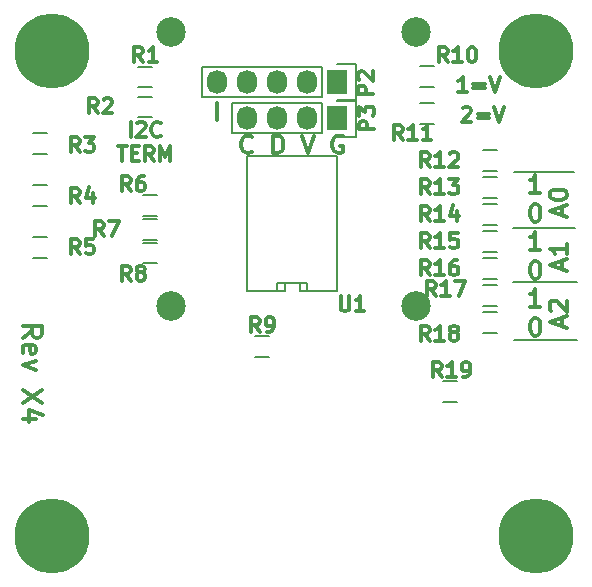
<source format=gto>
%TF.GenerationSoftware,KiCad,Pcbnew,(6.0.1)*%
%TF.CreationDate,2022-06-06T15:05:32-04:00*%
%TF.ProjectId,MyMenu,4d794d65-6e75-42e6-9b69-6361645f7063,rev?*%
%TF.SameCoordinates,Original*%
%TF.FileFunction,Legend,Top*%
%TF.FilePolarity,Positive*%
%FSLAX46Y46*%
G04 Gerber Fmt 4.6, Leading zero omitted, Abs format (unit mm)*
G04 Created by KiCad (PCBNEW (6.0.1)) date 2022-06-06 15:05:32*
%MOMM*%
%LPD*%
G01*
G04 APERTURE LIST*
%ADD10C,0.200000*%
%ADD11C,0.300000*%
%ADD12C,0.317500*%
%ADD13C,0.150000*%
%ADD14C,6.350000*%
%ADD15C,2.500000*%
%ADD16R,1.727200X2.032000*%
%ADD17O,1.727200X2.032000*%
G04 APERTURE END LIST*
D10*
X43054000Y-23570000D02*
X48454000Y-23570000D01*
X43176000Y-28472000D02*
X48510000Y-28472000D01*
X43054000Y-18970000D02*
X48354000Y-18970000D01*
X43176000Y-14248000D02*
X48256000Y-14248000D01*
D11*
X10694238Y-11260173D02*
X10694238Y-9990173D01*
X11238523Y-10111126D02*
X11299000Y-10050650D01*
X11419952Y-9990173D01*
X11722333Y-9990173D01*
X11843285Y-10050650D01*
X11903761Y-10111126D01*
X11964238Y-10232078D01*
X11964238Y-10353030D01*
X11903761Y-10534459D01*
X11178047Y-11260173D01*
X11964238Y-11260173D01*
X13234238Y-11139221D02*
X13173761Y-11199697D01*
X12992333Y-11260173D01*
X12871380Y-11260173D01*
X12689952Y-11199697D01*
X12569000Y-11078745D01*
X12508523Y-10957792D01*
X12448047Y-10715888D01*
X12448047Y-10534459D01*
X12508523Y-10292554D01*
X12569000Y-10171602D01*
X12689952Y-10050650D01*
X12871380Y-9990173D01*
X12992333Y-9990173D01*
X13173761Y-10050650D01*
X13234238Y-10111126D01*
X9635904Y-12034873D02*
X10361619Y-12034873D01*
X9998761Y-13304873D02*
X9998761Y-12034873D01*
X10784952Y-12639635D02*
X11208285Y-12639635D01*
X11389714Y-13304873D02*
X10784952Y-13304873D01*
X10784952Y-12034873D01*
X11389714Y-12034873D01*
X12659714Y-13304873D02*
X12236380Y-12700111D01*
X11934000Y-13304873D02*
X11934000Y-12034873D01*
X12417809Y-12034873D01*
X12538761Y-12095350D01*
X12599238Y-12155826D01*
X12659714Y-12276778D01*
X12659714Y-12458207D01*
X12599238Y-12579159D01*
X12538761Y-12639635D01*
X12417809Y-12700111D01*
X11934000Y-12700111D01*
X13204000Y-13304873D02*
X13204000Y-12034873D01*
X13627333Y-12942016D01*
X14050666Y-12034873D01*
X14050666Y-13304873D01*
X45382571Y-25657071D02*
X44525428Y-25657071D01*
X44954000Y-25657071D02*
X44954000Y-24157071D01*
X44811142Y-24371357D01*
X44668285Y-24514214D01*
X44525428Y-24585642D01*
X44882571Y-26572071D02*
X45025428Y-26572071D01*
X45168285Y-26643500D01*
X45239714Y-26714928D01*
X45311142Y-26857785D01*
X45382571Y-27143500D01*
X45382571Y-27500642D01*
X45311142Y-27786357D01*
X45239714Y-27929214D01*
X45168285Y-28000642D01*
X45025428Y-28072071D01*
X44882571Y-28072071D01*
X44739714Y-28000642D01*
X44668285Y-27929214D01*
X44596857Y-27786357D01*
X44525428Y-27500642D01*
X44525428Y-27143500D01*
X44596857Y-26857785D01*
X44668285Y-26714928D01*
X44739714Y-26643500D01*
X44882571Y-26572071D01*
X39164380Y-7432523D02*
X38438666Y-7432523D01*
X38801523Y-7432523D02*
X38801523Y-6162523D01*
X38680571Y-6343952D01*
X38559619Y-6464904D01*
X38438666Y-6525380D01*
X39708666Y-6767285D02*
X40676285Y-6767285D01*
X40676285Y-7130142D02*
X39708666Y-7130142D01*
X41099619Y-6162523D02*
X41522952Y-7432523D01*
X41946285Y-6162523D01*
D12*
X1535119Y-28239166D02*
X2321309Y-27688833D01*
X1535119Y-27295738D02*
X3186119Y-27295738D01*
X3186119Y-27924690D01*
X3107500Y-28081928D01*
X3028880Y-28160547D01*
X2871642Y-28239166D01*
X2635785Y-28239166D01*
X2478547Y-28160547D01*
X2399928Y-28081928D01*
X2321309Y-27924690D01*
X2321309Y-27295738D01*
X1613738Y-29575690D02*
X1535119Y-29418452D01*
X1535119Y-29103976D01*
X1613738Y-28946738D01*
X1770976Y-28868119D01*
X2399928Y-28868119D01*
X2557166Y-28946738D01*
X2635785Y-29103976D01*
X2635785Y-29418452D01*
X2557166Y-29575690D01*
X2399928Y-29654309D01*
X2242690Y-29654309D01*
X2085452Y-28868119D01*
X2635785Y-30204642D02*
X1535119Y-30597738D01*
X2635785Y-30990833D01*
X3186119Y-32720452D02*
X1535119Y-33821119D01*
X3186119Y-33821119D02*
X1535119Y-32720452D01*
X2635785Y-35157642D02*
X1535119Y-35157642D01*
X3264738Y-34764547D02*
X2085452Y-34371452D01*
X2085452Y-35393500D01*
D11*
X47236000Y-22431428D02*
X47236000Y-21717142D01*
X47664571Y-22574285D02*
X46164571Y-22074285D01*
X47664571Y-21574285D01*
X47664571Y-20288571D02*
X47664571Y-21145714D01*
X47664571Y-20717142D02*
X46164571Y-20717142D01*
X46378857Y-20860000D01*
X46521714Y-21002857D01*
X46593142Y-21145714D01*
X20987142Y-12497714D02*
X20915714Y-12569142D01*
X20701428Y-12640571D01*
X20558571Y-12640571D01*
X20344285Y-12569142D01*
X20201428Y-12426285D01*
X20130000Y-12283428D01*
X20058571Y-11997714D01*
X20058571Y-11783428D01*
X20130000Y-11497714D01*
X20201428Y-11354857D01*
X20344285Y-11212000D01*
X20558571Y-11140571D01*
X20701428Y-11140571D01*
X20915714Y-11212000D01*
X20987142Y-11283428D01*
X22772857Y-12640571D02*
X22772857Y-11140571D01*
X23130000Y-11140571D01*
X23344285Y-11212000D01*
X23487142Y-11354857D01*
X23558571Y-11497714D01*
X23630000Y-11783428D01*
X23630000Y-11997714D01*
X23558571Y-12283428D01*
X23487142Y-12426285D01*
X23344285Y-12569142D01*
X23130000Y-12640571D01*
X22772857Y-12640571D01*
X25201428Y-11140571D02*
X25701428Y-12640571D01*
X26201428Y-11140571D01*
X28630000Y-11212000D02*
X28487142Y-11140571D01*
X28272857Y-11140571D01*
X28058571Y-11212000D01*
X27915714Y-11354857D01*
X27844285Y-11497714D01*
X27772857Y-11783428D01*
X27772857Y-11997714D01*
X27844285Y-12283428D01*
X27915714Y-12426285D01*
X28058571Y-12569142D01*
X28272857Y-12640571D01*
X28415714Y-12640571D01*
X28630000Y-12569142D01*
X28701428Y-12497714D01*
X28701428Y-11997714D01*
X28415714Y-11997714D01*
X45382571Y-20831071D02*
X44525428Y-20831071D01*
X44954000Y-20831071D02*
X44954000Y-19331071D01*
X44811142Y-19545357D01*
X44668285Y-19688214D01*
X44525428Y-19759642D01*
X44882571Y-21746071D02*
X45025428Y-21746071D01*
X45168285Y-21817500D01*
X45239714Y-21888928D01*
X45311142Y-22031785D01*
X45382571Y-22317500D01*
X45382571Y-22674642D01*
X45311142Y-22960357D01*
X45239714Y-23103214D01*
X45168285Y-23174642D01*
X45025428Y-23246071D01*
X44882571Y-23246071D01*
X44739714Y-23174642D01*
X44668285Y-23103214D01*
X44596857Y-22960357D01*
X44525428Y-22674642D01*
X44525428Y-22317500D01*
X44596857Y-22031785D01*
X44668285Y-21888928D01*
X44739714Y-21817500D01*
X44882571Y-21746071D01*
X18030000Y-9846571D02*
X18030000Y-8346571D01*
X47236000Y-17859428D02*
X47236000Y-17145142D01*
X47664571Y-18002285D02*
X46164571Y-17502285D01*
X47664571Y-17002285D01*
X46164571Y-16216571D02*
X46164571Y-16073714D01*
X46236000Y-15930857D01*
X46307428Y-15859428D01*
X46450285Y-15788000D01*
X46736000Y-15716571D01*
X47093142Y-15716571D01*
X47378857Y-15788000D01*
X47521714Y-15859428D01*
X47593142Y-15930857D01*
X47664571Y-16073714D01*
X47664571Y-16216571D01*
X47593142Y-16359428D01*
X47521714Y-16430857D01*
X47378857Y-16502285D01*
X47093142Y-16573714D01*
X46736000Y-16573714D01*
X46450285Y-16502285D01*
X46307428Y-16430857D01*
X46236000Y-16359428D01*
X46164571Y-16216571D01*
X45382571Y-16005071D02*
X44525428Y-16005071D01*
X44954000Y-16005071D02*
X44954000Y-14505071D01*
X44811142Y-14719357D01*
X44668285Y-14862214D01*
X44525428Y-14933642D01*
X44882571Y-16920071D02*
X45025428Y-16920071D01*
X45168285Y-16991500D01*
X45239714Y-17062928D01*
X45311142Y-17205785D01*
X45382571Y-17491500D01*
X45382571Y-17848642D01*
X45311142Y-18134357D01*
X45239714Y-18277214D01*
X45168285Y-18348642D01*
X45025428Y-18420071D01*
X44882571Y-18420071D01*
X44739714Y-18348642D01*
X44668285Y-18277214D01*
X44596857Y-18134357D01*
X44525428Y-17848642D01*
X44525428Y-17491500D01*
X44596857Y-17205785D01*
X44668285Y-17062928D01*
X44739714Y-16991500D01*
X44882571Y-16920071D01*
X47236000Y-27257428D02*
X47236000Y-26543142D01*
X47664571Y-27400285D02*
X46164571Y-26900285D01*
X47664571Y-26400285D01*
X46307428Y-25971714D02*
X46236000Y-25900285D01*
X46164571Y-25757428D01*
X46164571Y-25400285D01*
X46236000Y-25257428D01*
X46307428Y-25186000D01*
X46450285Y-25114571D01*
X46593142Y-25114571D01*
X46807428Y-25186000D01*
X47664571Y-26043142D01*
X47664571Y-25114571D01*
X38790904Y-8823476D02*
X38851380Y-8763000D01*
X38972333Y-8702523D01*
X39274714Y-8702523D01*
X39395666Y-8763000D01*
X39456142Y-8823476D01*
X39516619Y-8944428D01*
X39516619Y-9065380D01*
X39456142Y-9246809D01*
X38730428Y-9972523D01*
X39516619Y-9972523D01*
X40060904Y-9307285D02*
X41028523Y-9307285D01*
X41028523Y-9670142D02*
X40060904Y-9670142D01*
X41451857Y-8702523D02*
X41875190Y-9972523D01*
X42298523Y-8702523D01*
D12*
%TO.C,R10*%
X37533571Y-4916523D02*
X37110238Y-4311761D01*
X36807857Y-4916523D02*
X36807857Y-3646523D01*
X37291666Y-3646523D01*
X37412619Y-3707000D01*
X37473095Y-3767476D01*
X37533571Y-3888428D01*
X37533571Y-4069857D01*
X37473095Y-4190809D01*
X37412619Y-4251285D01*
X37291666Y-4311761D01*
X36807857Y-4311761D01*
X38743095Y-4916523D02*
X38017380Y-4916523D01*
X38380238Y-4916523D02*
X38380238Y-3646523D01*
X38259285Y-3827952D01*
X38138333Y-3948904D01*
X38017380Y-4009380D01*
X39529285Y-3646523D02*
X39650238Y-3646523D01*
X39771190Y-3707000D01*
X39831666Y-3767476D01*
X39892142Y-3888428D01*
X39952619Y-4130333D01*
X39952619Y-4432714D01*
X39892142Y-4674619D01*
X39831666Y-4795571D01*
X39771190Y-4856047D01*
X39650238Y-4916523D01*
X39529285Y-4916523D01*
X39408333Y-4856047D01*
X39347857Y-4795571D01*
X39287380Y-4674619D01*
X39226904Y-4432714D01*
X39226904Y-4130333D01*
X39287380Y-3888428D01*
X39347857Y-3767476D01*
X39408333Y-3707000D01*
X39529285Y-3646523D01*
%TO.C,R11*%
X33723571Y-11520523D02*
X33300238Y-10915761D01*
X32997857Y-11520523D02*
X32997857Y-10250523D01*
X33481666Y-10250523D01*
X33602619Y-10311000D01*
X33663095Y-10371476D01*
X33723571Y-10492428D01*
X33723571Y-10673857D01*
X33663095Y-10794809D01*
X33602619Y-10855285D01*
X33481666Y-10915761D01*
X32997857Y-10915761D01*
X34933095Y-11520523D02*
X34207380Y-11520523D01*
X34570238Y-11520523D02*
X34570238Y-10250523D01*
X34449285Y-10431952D01*
X34328333Y-10552904D01*
X34207380Y-10613380D01*
X36142619Y-11520523D02*
X35416904Y-11520523D01*
X35779761Y-11520523D02*
X35779761Y-10250523D01*
X35658809Y-10431952D01*
X35537857Y-10552904D01*
X35416904Y-10613380D01*
%TO.C,P2*%
X31214523Y-7647380D02*
X29944523Y-7647380D01*
X29944523Y-7163571D01*
X30005000Y-7042619D01*
X30065476Y-6982142D01*
X30186428Y-6921666D01*
X30367857Y-6921666D01*
X30488809Y-6982142D01*
X30549285Y-7042619D01*
X30609761Y-7163571D01*
X30609761Y-7647380D01*
X30065476Y-6437857D02*
X30005000Y-6377380D01*
X29944523Y-6256428D01*
X29944523Y-5954047D01*
X30005000Y-5833095D01*
X30065476Y-5772619D01*
X30186428Y-5712142D01*
X30307380Y-5712142D01*
X30488809Y-5772619D01*
X31214523Y-6498333D01*
X31214523Y-5712142D01*
%TO.C,R12*%
X36013571Y-13806523D02*
X35590238Y-13201761D01*
X35287857Y-13806523D02*
X35287857Y-12536523D01*
X35771666Y-12536523D01*
X35892619Y-12597000D01*
X35953095Y-12657476D01*
X36013571Y-12778428D01*
X36013571Y-12959857D01*
X35953095Y-13080809D01*
X35892619Y-13141285D01*
X35771666Y-13201761D01*
X35287857Y-13201761D01*
X37223095Y-13806523D02*
X36497380Y-13806523D01*
X36860238Y-13806523D02*
X36860238Y-12536523D01*
X36739285Y-12717952D01*
X36618333Y-12838904D01*
X36497380Y-12899380D01*
X37706904Y-12657476D02*
X37767380Y-12597000D01*
X37888333Y-12536523D01*
X38190714Y-12536523D01*
X38311666Y-12597000D01*
X38372142Y-12657476D01*
X38432619Y-12778428D01*
X38432619Y-12899380D01*
X38372142Y-13080809D01*
X37646428Y-13806523D01*
X38432619Y-13806523D01*
%TO.C,R13*%
X36013571Y-16092523D02*
X35590238Y-15487761D01*
X35287857Y-16092523D02*
X35287857Y-14822523D01*
X35771666Y-14822523D01*
X35892619Y-14883000D01*
X35953095Y-14943476D01*
X36013571Y-15064428D01*
X36013571Y-15245857D01*
X35953095Y-15366809D01*
X35892619Y-15427285D01*
X35771666Y-15487761D01*
X35287857Y-15487761D01*
X37223095Y-16092523D02*
X36497380Y-16092523D01*
X36860238Y-16092523D02*
X36860238Y-14822523D01*
X36739285Y-15003952D01*
X36618333Y-15124904D01*
X36497380Y-15185380D01*
X37646428Y-14822523D02*
X38432619Y-14822523D01*
X38009285Y-15306333D01*
X38190714Y-15306333D01*
X38311666Y-15366809D01*
X38372142Y-15427285D01*
X38432619Y-15548238D01*
X38432619Y-15850619D01*
X38372142Y-15971571D01*
X38311666Y-16032047D01*
X38190714Y-16092523D01*
X37827857Y-16092523D01*
X37706904Y-16032047D01*
X37646428Y-15971571D01*
%TO.C,R15*%
X36013571Y-20664523D02*
X35590238Y-20059761D01*
X35287857Y-20664523D02*
X35287857Y-19394523D01*
X35771666Y-19394523D01*
X35892619Y-19455000D01*
X35953095Y-19515476D01*
X36013571Y-19636428D01*
X36013571Y-19817857D01*
X35953095Y-19938809D01*
X35892619Y-19999285D01*
X35771666Y-20059761D01*
X35287857Y-20059761D01*
X37223095Y-20664523D02*
X36497380Y-20664523D01*
X36860238Y-20664523D02*
X36860238Y-19394523D01*
X36739285Y-19575952D01*
X36618333Y-19696904D01*
X36497380Y-19757380D01*
X38372142Y-19394523D02*
X37767380Y-19394523D01*
X37706904Y-19999285D01*
X37767380Y-19938809D01*
X37888333Y-19878333D01*
X38190714Y-19878333D01*
X38311666Y-19938809D01*
X38372142Y-19999285D01*
X38432619Y-20120238D01*
X38432619Y-20422619D01*
X38372142Y-20543571D01*
X38311666Y-20604047D01*
X38190714Y-20664523D01*
X37888333Y-20664523D01*
X37767380Y-20604047D01*
X37706904Y-20543571D01*
%TO.C,R17*%
X36517571Y-24728523D02*
X36094238Y-24123761D01*
X35791857Y-24728523D02*
X35791857Y-23458523D01*
X36275666Y-23458523D01*
X36396619Y-23519000D01*
X36457095Y-23579476D01*
X36517571Y-23700428D01*
X36517571Y-23881857D01*
X36457095Y-24002809D01*
X36396619Y-24063285D01*
X36275666Y-24123761D01*
X35791857Y-24123761D01*
X37727095Y-24728523D02*
X37001380Y-24728523D01*
X37364238Y-24728523D02*
X37364238Y-23458523D01*
X37243285Y-23639952D01*
X37122333Y-23760904D01*
X37001380Y-23821380D01*
X38150428Y-23458523D02*
X38997095Y-23458523D01*
X38452809Y-24728523D01*
%TO.C,R1*%
X11722333Y-4892523D02*
X11299000Y-4287761D01*
X10996619Y-4892523D02*
X10996619Y-3622523D01*
X11480428Y-3622523D01*
X11601380Y-3683000D01*
X11661857Y-3743476D01*
X11722333Y-3864428D01*
X11722333Y-4045857D01*
X11661857Y-4166809D01*
X11601380Y-4227285D01*
X11480428Y-4287761D01*
X10996619Y-4287761D01*
X12931857Y-4892523D02*
X12206142Y-4892523D01*
X12569000Y-4892523D02*
X12569000Y-3622523D01*
X12448047Y-3803952D01*
X12327095Y-3924904D01*
X12206142Y-3985380D01*
%TO.C,R2*%
X7916333Y-9234523D02*
X7493000Y-8629761D01*
X7190619Y-9234523D02*
X7190619Y-7964523D01*
X7674428Y-7964523D01*
X7795380Y-8025000D01*
X7855857Y-8085476D01*
X7916333Y-8206428D01*
X7916333Y-8387857D01*
X7855857Y-8508809D01*
X7795380Y-8569285D01*
X7674428Y-8629761D01*
X7190619Y-8629761D01*
X8400142Y-8085476D02*
X8460619Y-8025000D01*
X8581571Y-7964523D01*
X8883952Y-7964523D01*
X9004904Y-8025000D01*
X9065380Y-8085476D01*
X9125857Y-8206428D01*
X9125857Y-8327380D01*
X9065380Y-8508809D01*
X8339666Y-9234523D01*
X9125857Y-9234523D01*
%TO.C,R5*%
X6388333Y-21172523D02*
X5965000Y-20567761D01*
X5662619Y-21172523D02*
X5662619Y-19902523D01*
X6146428Y-19902523D01*
X6267380Y-19963000D01*
X6327857Y-20023476D01*
X6388333Y-20144428D01*
X6388333Y-20325857D01*
X6327857Y-20446809D01*
X6267380Y-20507285D01*
X6146428Y-20567761D01*
X5662619Y-20567761D01*
X7537380Y-19902523D02*
X6932619Y-19902523D01*
X6872142Y-20507285D01*
X6932619Y-20446809D01*
X7053571Y-20386333D01*
X7355952Y-20386333D01*
X7476904Y-20446809D01*
X7537380Y-20507285D01*
X7597857Y-20628238D01*
X7597857Y-20930619D01*
X7537380Y-21051571D01*
X7476904Y-21112047D01*
X7355952Y-21172523D01*
X7053571Y-21172523D01*
X6932619Y-21112047D01*
X6872142Y-21051571D01*
%TO.C,R4*%
X6388333Y-16854523D02*
X5965000Y-16249761D01*
X5662619Y-16854523D02*
X5662619Y-15584523D01*
X6146428Y-15584523D01*
X6267380Y-15645000D01*
X6327857Y-15705476D01*
X6388333Y-15826428D01*
X6388333Y-16007857D01*
X6327857Y-16128809D01*
X6267380Y-16189285D01*
X6146428Y-16249761D01*
X5662619Y-16249761D01*
X7476904Y-16007857D02*
X7476904Y-16854523D01*
X7174523Y-15524047D02*
X6872142Y-16431190D01*
X7658333Y-16431190D01*
%TO.C,R3*%
X6388333Y-12536523D02*
X5965000Y-11931761D01*
X5662619Y-12536523D02*
X5662619Y-11266523D01*
X6146428Y-11266523D01*
X6267380Y-11327000D01*
X6327857Y-11387476D01*
X6388333Y-11508428D01*
X6388333Y-11689857D01*
X6327857Y-11810809D01*
X6267380Y-11871285D01*
X6146428Y-11931761D01*
X5662619Y-11931761D01*
X6811666Y-11266523D02*
X7597857Y-11266523D01*
X7174523Y-11750333D01*
X7355952Y-11750333D01*
X7476904Y-11810809D01*
X7537380Y-11871285D01*
X7597857Y-11992238D01*
X7597857Y-12294619D01*
X7537380Y-12415571D01*
X7476904Y-12476047D01*
X7355952Y-12536523D01*
X6993095Y-12536523D01*
X6872142Y-12476047D01*
X6811666Y-12415571D01*
%TO.C,R6*%
X10710333Y-15838523D02*
X10287000Y-15233761D01*
X9984619Y-15838523D02*
X9984619Y-14568523D01*
X10468428Y-14568523D01*
X10589380Y-14629000D01*
X10649857Y-14689476D01*
X10710333Y-14810428D01*
X10710333Y-14991857D01*
X10649857Y-15112809D01*
X10589380Y-15173285D01*
X10468428Y-15233761D01*
X9984619Y-15233761D01*
X11798904Y-14568523D02*
X11557000Y-14568523D01*
X11436047Y-14629000D01*
X11375571Y-14689476D01*
X11254619Y-14870904D01*
X11194142Y-15112809D01*
X11194142Y-15596619D01*
X11254619Y-15717571D01*
X11315095Y-15778047D01*
X11436047Y-15838523D01*
X11677952Y-15838523D01*
X11798904Y-15778047D01*
X11859380Y-15717571D01*
X11919857Y-15596619D01*
X11919857Y-15294238D01*
X11859380Y-15173285D01*
X11798904Y-15112809D01*
X11677952Y-15052333D01*
X11436047Y-15052333D01*
X11315095Y-15112809D01*
X11254619Y-15173285D01*
X11194142Y-15294238D01*
%TO.C,R7*%
X8420333Y-19648523D02*
X7997000Y-19043761D01*
X7694619Y-19648523D02*
X7694619Y-18378523D01*
X8178428Y-18378523D01*
X8299380Y-18439000D01*
X8359857Y-18499476D01*
X8420333Y-18620428D01*
X8420333Y-18801857D01*
X8359857Y-18922809D01*
X8299380Y-18983285D01*
X8178428Y-19043761D01*
X7694619Y-19043761D01*
X8843666Y-18378523D02*
X9690333Y-18378523D01*
X9146047Y-19648523D01*
%TO.C,R8*%
X10710333Y-23434523D02*
X10287000Y-22829761D01*
X9984619Y-23434523D02*
X9984619Y-22164523D01*
X10468428Y-22164523D01*
X10589380Y-22225000D01*
X10649857Y-22285476D01*
X10710333Y-22406428D01*
X10710333Y-22587857D01*
X10649857Y-22708809D01*
X10589380Y-22769285D01*
X10468428Y-22829761D01*
X9984619Y-22829761D01*
X11436047Y-22708809D02*
X11315095Y-22648333D01*
X11254619Y-22587857D01*
X11194142Y-22466904D01*
X11194142Y-22406428D01*
X11254619Y-22285476D01*
X11315095Y-22225000D01*
X11436047Y-22164523D01*
X11677952Y-22164523D01*
X11798904Y-22225000D01*
X11859380Y-22285476D01*
X11919857Y-22406428D01*
X11919857Y-22466904D01*
X11859380Y-22587857D01*
X11798904Y-22648333D01*
X11677952Y-22708809D01*
X11436047Y-22708809D01*
X11315095Y-22769285D01*
X11254619Y-22829761D01*
X11194142Y-22950714D01*
X11194142Y-23192619D01*
X11254619Y-23313571D01*
X11315095Y-23374047D01*
X11436047Y-23434523D01*
X11677952Y-23434523D01*
X11798904Y-23374047D01*
X11859380Y-23313571D01*
X11919857Y-23192619D01*
X11919857Y-22950714D01*
X11859380Y-22829761D01*
X11798904Y-22769285D01*
X11677952Y-22708809D01*
%TO.C,R9*%
X21628333Y-27776523D02*
X21205000Y-27171761D01*
X20902619Y-27776523D02*
X20902619Y-26506523D01*
X21386428Y-26506523D01*
X21507380Y-26567000D01*
X21567857Y-26627476D01*
X21628333Y-26748428D01*
X21628333Y-26929857D01*
X21567857Y-27050809D01*
X21507380Y-27111285D01*
X21386428Y-27171761D01*
X20902619Y-27171761D01*
X22233095Y-27776523D02*
X22475000Y-27776523D01*
X22595952Y-27716047D01*
X22656428Y-27655571D01*
X22777380Y-27474142D01*
X22837857Y-27232238D01*
X22837857Y-26748428D01*
X22777380Y-26627476D01*
X22716904Y-26567000D01*
X22595952Y-26506523D01*
X22354047Y-26506523D01*
X22233095Y-26567000D01*
X22172619Y-26627476D01*
X22112142Y-26748428D01*
X22112142Y-27050809D01*
X22172619Y-27171761D01*
X22233095Y-27232238D01*
X22354047Y-27292714D01*
X22595952Y-27292714D01*
X22716904Y-27232238D01*
X22777380Y-27171761D01*
X22837857Y-27050809D01*
%TO.C,R19*%
X37025571Y-31586523D02*
X36602238Y-30981761D01*
X36299857Y-31586523D02*
X36299857Y-30316523D01*
X36783666Y-30316523D01*
X36904619Y-30377000D01*
X36965095Y-30437476D01*
X37025571Y-30558428D01*
X37025571Y-30739857D01*
X36965095Y-30860809D01*
X36904619Y-30921285D01*
X36783666Y-30981761D01*
X36299857Y-30981761D01*
X38235095Y-31586523D02*
X37509380Y-31586523D01*
X37872238Y-31586523D02*
X37872238Y-30316523D01*
X37751285Y-30497952D01*
X37630333Y-30618904D01*
X37509380Y-30679380D01*
X38839857Y-31586523D02*
X39081761Y-31586523D01*
X39202714Y-31526047D01*
X39263190Y-31465571D01*
X39384142Y-31284142D01*
X39444619Y-31042238D01*
X39444619Y-30558428D01*
X39384142Y-30437476D01*
X39323666Y-30377000D01*
X39202714Y-30316523D01*
X38960809Y-30316523D01*
X38839857Y-30377000D01*
X38779380Y-30437476D01*
X38718904Y-30558428D01*
X38718904Y-30860809D01*
X38779380Y-30981761D01*
X38839857Y-31042238D01*
X38960809Y-31102714D01*
X39202714Y-31102714D01*
X39323666Y-31042238D01*
X39384142Y-30981761D01*
X39444619Y-30860809D01*
%TO.C,R14*%
X36013571Y-18378523D02*
X35590238Y-17773761D01*
X35287857Y-18378523D02*
X35287857Y-17108523D01*
X35771666Y-17108523D01*
X35892619Y-17169000D01*
X35953095Y-17229476D01*
X36013571Y-17350428D01*
X36013571Y-17531857D01*
X35953095Y-17652809D01*
X35892619Y-17713285D01*
X35771666Y-17773761D01*
X35287857Y-17773761D01*
X37223095Y-18378523D02*
X36497380Y-18378523D01*
X36860238Y-18378523D02*
X36860238Y-17108523D01*
X36739285Y-17289952D01*
X36618333Y-17410904D01*
X36497380Y-17471380D01*
X38311666Y-17531857D02*
X38311666Y-18378523D01*
X38009285Y-17048047D02*
X37706904Y-17955190D01*
X38493095Y-17955190D01*
%TO.C,R16*%
X36013571Y-22950523D02*
X35590238Y-22345761D01*
X35287857Y-22950523D02*
X35287857Y-21680523D01*
X35771666Y-21680523D01*
X35892619Y-21741000D01*
X35953095Y-21801476D01*
X36013571Y-21922428D01*
X36013571Y-22103857D01*
X35953095Y-22224809D01*
X35892619Y-22285285D01*
X35771666Y-22345761D01*
X35287857Y-22345761D01*
X37223095Y-22950523D02*
X36497380Y-22950523D01*
X36860238Y-22950523D02*
X36860238Y-21680523D01*
X36739285Y-21861952D01*
X36618333Y-21982904D01*
X36497380Y-22043380D01*
X38311666Y-21680523D02*
X38069761Y-21680523D01*
X37948809Y-21741000D01*
X37888333Y-21801476D01*
X37767380Y-21982904D01*
X37706904Y-22224809D01*
X37706904Y-22708619D01*
X37767380Y-22829571D01*
X37827857Y-22890047D01*
X37948809Y-22950523D01*
X38190714Y-22950523D01*
X38311666Y-22890047D01*
X38372142Y-22829571D01*
X38432619Y-22708619D01*
X38432619Y-22406238D01*
X38372142Y-22285285D01*
X38311666Y-22224809D01*
X38190714Y-22164333D01*
X37948809Y-22164333D01*
X37827857Y-22224809D01*
X37767380Y-22285285D01*
X37706904Y-22406238D01*
%TO.C,R18*%
X36013571Y-28514523D02*
X35590238Y-27909761D01*
X35287857Y-28514523D02*
X35287857Y-27244523D01*
X35771666Y-27244523D01*
X35892619Y-27305000D01*
X35953095Y-27365476D01*
X36013571Y-27486428D01*
X36013571Y-27667857D01*
X35953095Y-27788809D01*
X35892619Y-27849285D01*
X35771666Y-27909761D01*
X35287857Y-27909761D01*
X37223095Y-28514523D02*
X36497380Y-28514523D01*
X36860238Y-28514523D02*
X36860238Y-27244523D01*
X36739285Y-27425952D01*
X36618333Y-27546904D01*
X36497380Y-27607380D01*
X37948809Y-27788809D02*
X37827857Y-27728333D01*
X37767380Y-27667857D01*
X37706904Y-27546904D01*
X37706904Y-27486428D01*
X37767380Y-27365476D01*
X37827857Y-27305000D01*
X37948809Y-27244523D01*
X38190714Y-27244523D01*
X38311666Y-27305000D01*
X38372142Y-27365476D01*
X38432619Y-27486428D01*
X38432619Y-27546904D01*
X38372142Y-27667857D01*
X38311666Y-27728333D01*
X38190714Y-27788809D01*
X37948809Y-27788809D01*
X37827857Y-27849285D01*
X37767380Y-27909761D01*
X37706904Y-28030714D01*
X37706904Y-28272619D01*
X37767380Y-28393571D01*
X37827857Y-28454047D01*
X37948809Y-28514523D01*
X38190714Y-28514523D01*
X38311666Y-28454047D01*
X38372142Y-28393571D01*
X38432619Y-28272619D01*
X38432619Y-28030714D01*
X38372142Y-27909761D01*
X38311666Y-27849285D01*
X38190714Y-27788809D01*
%TO.C,U1*%
X28472380Y-24732523D02*
X28472380Y-25760619D01*
X28532857Y-25881571D01*
X28593333Y-25942047D01*
X28714285Y-26002523D01*
X28956190Y-26002523D01*
X29077142Y-25942047D01*
X29137619Y-25881571D01*
X29198095Y-25760619D01*
X29198095Y-24732523D01*
X30468095Y-26002523D02*
X29742380Y-26002523D01*
X30105238Y-26002523D02*
X30105238Y-24732523D01*
X29984285Y-24913952D01*
X29863333Y-25034904D01*
X29742380Y-25095380D01*
%TO.C,P3*%
X31304523Y-10613380D02*
X30034523Y-10613380D01*
X30034523Y-10129571D01*
X30095000Y-10008619D01*
X30155476Y-9948142D01*
X30276428Y-9887666D01*
X30457857Y-9887666D01*
X30578809Y-9948142D01*
X30639285Y-10008619D01*
X30699761Y-10129571D01*
X30699761Y-10613380D01*
X30034523Y-9464333D02*
X30034523Y-8678142D01*
X30518333Y-9101476D01*
X30518333Y-8920047D01*
X30578809Y-8799095D01*
X30639285Y-8738619D01*
X30760238Y-8678142D01*
X31062619Y-8678142D01*
X31183571Y-8738619D01*
X31244047Y-8799095D01*
X31304523Y-8920047D01*
X31304523Y-9282904D01*
X31244047Y-9403857D01*
X31183571Y-9464333D01*
D13*
%TO.C,R10*%
X35210000Y-5245000D02*
X36410000Y-5245000D01*
X36410000Y-6995000D02*
X35210000Y-6995000D01*
%TO.C,R11*%
X36410000Y-10170000D02*
X35210000Y-10170000D01*
X35210000Y-8420000D02*
X36410000Y-8420000D01*
%TO.C,P2*%
X26920000Y-7898000D02*
X26920000Y-5358000D01*
X16760000Y-7898000D02*
X16760000Y-5358000D01*
X29740000Y-5078000D02*
X29740000Y-8178000D01*
X28190000Y-5078000D02*
X29740000Y-5078000D01*
X29740000Y-8178000D02*
X28190000Y-8178000D01*
X26920000Y-7898000D02*
X16760000Y-7898000D01*
X16760000Y-5358000D02*
X26920000Y-5358000D01*
%TO.C,R12*%
X41744000Y-14107000D02*
X40544000Y-14107000D01*
X40544000Y-12357000D02*
X41744000Y-12357000D01*
%TO.C,R13*%
X41744000Y-16393000D02*
X40544000Y-16393000D01*
X40544000Y-14643000D02*
X41744000Y-14643000D01*
%TO.C,R15*%
X40544000Y-19215000D02*
X41744000Y-19215000D01*
X41744000Y-20965000D02*
X40544000Y-20965000D01*
%TO.C,R17*%
X40544000Y-23787000D02*
X41744000Y-23787000D01*
X41744000Y-25537000D02*
X40544000Y-25537000D01*
%TO.C,R1*%
X12484000Y-7055000D02*
X11284000Y-7055000D01*
X11284000Y-5305000D02*
X12484000Y-5305000D01*
%TO.C,R2*%
X12484000Y-9595000D02*
X11284000Y-9595000D01*
X11284000Y-7845000D02*
X12484000Y-7845000D01*
%TO.C,R5*%
X2400000Y-19725000D02*
X3600000Y-19725000D01*
X3600000Y-21475000D02*
X2400000Y-21475000D01*
%TO.C,R4*%
X3600000Y-17075000D02*
X2400000Y-17075000D01*
X2400000Y-15325000D02*
X3600000Y-15325000D01*
%TO.C,R3*%
X3600000Y-12675000D02*
X2400000Y-12675000D01*
X2400000Y-10925000D02*
X3600000Y-10925000D01*
%TO.C,R6*%
X12940000Y-17945000D02*
X11740000Y-17945000D01*
X11740000Y-16195000D02*
X12940000Y-16195000D01*
%TO.C,R7*%
X12940000Y-19945000D02*
X11740000Y-19945000D01*
X11740000Y-18195000D02*
X12940000Y-18195000D01*
%TO.C,R8*%
X12940000Y-21945000D02*
X11740000Y-21945000D01*
X11740000Y-20195000D02*
X12940000Y-20195000D01*
%TO.C,R9*%
X22440000Y-29855000D02*
X21240000Y-29855000D01*
X21240000Y-28105000D02*
X22440000Y-28105000D01*
%TO.C,R19*%
X38315000Y-33665000D02*
X37115000Y-33665000D01*
X37115000Y-31915000D02*
X38315000Y-31915000D01*
%TO.C,R14*%
X40544000Y-16929000D02*
X41744000Y-16929000D01*
X41744000Y-18679000D02*
X40544000Y-18679000D01*
%TO.C,R16*%
X41744000Y-23251000D02*
X40544000Y-23251000D01*
X40544000Y-21501000D02*
X41744000Y-21501000D01*
%TO.C,R18*%
X40544000Y-26073000D02*
X41744000Y-26073000D01*
X41744000Y-27823000D02*
X40544000Y-27823000D01*
%TO.C,U1*%
X23745000Y-24281000D02*
X23110000Y-24281000D01*
X20570000Y-12851000D02*
X28190000Y-12851000D01*
X25015000Y-23646000D02*
X23745000Y-23646000D01*
X23110000Y-24281000D02*
X20570000Y-24281000D01*
X25650000Y-24281000D02*
X25650000Y-23646000D01*
X20570000Y-24281000D02*
X20570000Y-12851000D01*
X25650000Y-23646000D02*
X23110000Y-23646000D01*
X28190000Y-12851000D02*
X28190000Y-24281000D01*
X25650000Y-24281000D02*
X25015000Y-24281000D01*
X23110000Y-23646000D02*
X23110000Y-24281000D01*
X25015000Y-24281000D02*
X25015000Y-23646000D01*
X28190000Y-24281000D02*
X25650000Y-24281000D01*
X23745000Y-23646000D02*
X23745000Y-24281000D01*
%TO.C,P3*%
X26920000Y-10946000D02*
X26920000Y-8406000D01*
X29740000Y-11226000D02*
X28190000Y-11226000D01*
X26920000Y-10946000D02*
X19300000Y-10946000D01*
X29740000Y-8126000D02*
X29740000Y-11226000D01*
X28190000Y-8126000D02*
X29740000Y-8126000D01*
X26920000Y-8406000D02*
X19300000Y-8406000D01*
X19300000Y-8406000D02*
X19300000Y-10946000D01*
%TD*%
D14*
%TO.C,MTG4*%
X45000000Y-45000000D03*
%TD*%
%TO.C,MTG3*%
X4000000Y-45000000D03*
%TD*%
%TO.C,MTG2*%
X45000000Y-4000000D03*
%TD*%
%TO.C,MTG1*%
X4000000Y-4000000D03*
%TD*%
D15*
%TO.C,MTG5*%
X34850000Y-25550000D03*
%TD*%
%TO.C,MTG6*%
X14150000Y-25600000D03*
%TD*%
%TO.C,MTG7*%
X34850000Y-2350000D03*
%TD*%
%TO.C,MTG8*%
X14150000Y-2350000D03*
%TD*%
D16*
%TO.C,P2*%
X28190000Y-6628000D03*
D17*
X25650000Y-6628000D03*
X23110000Y-6628000D03*
X20570000Y-6628000D03*
X18030000Y-6628000D03*
%TD*%
D16*
%TO.C,P3*%
X28190000Y-9676000D03*
D17*
X25650000Y-9676000D03*
X23110000Y-9676000D03*
X20570000Y-9676000D03*
%TD*%
M02*

</source>
